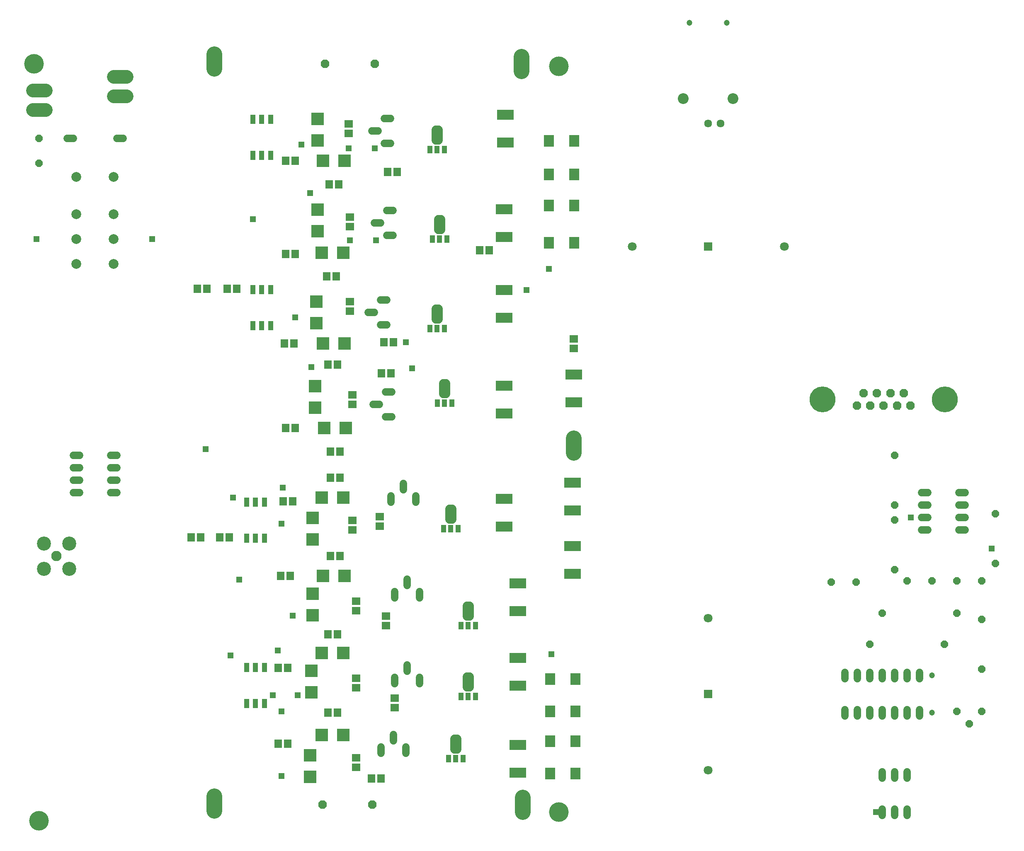
<source format=gts>
G75*
%MOIN*%
%OFA0B0*%
%FSLAX25Y25*%
%IPPOS*%
%LPD*%
%AMOC8*
5,1,8,0,0,1.08239X$1,22.5*
%
%ADD10C,0.15750*%
%ADD11C,0.04737*%
%ADD12C,0.10839*%
%ADD13C,0.08300*%
%ADD14C,0.11300*%
%ADD15R,0.05918X0.06706*%
%ADD16C,0.06000*%
%ADD17C,0.07887*%
%ADD18R,0.04300X0.07400*%
%ADD19R,0.13398X0.07887*%
%ADD20C,0.12650*%
%ADD21R,0.10249X0.10249*%
%ADD22OC8,0.06000*%
%ADD23R,0.06706X0.05918*%
%ADD24OC8,0.06800*%
%ADD25R,0.07887X0.09461*%
%ADD26R,0.03950X0.06312*%
%ADD27C,0.06600*%
%ADD28R,0.03937X0.06299*%
%ADD29C,0.20800*%
%ADD30C,0.07099*%
%ADD31R,0.06737X0.06737*%
%ADD32C,0.06343*%
%ADD33C,0.08674*%
%ADD34R,0.04762X0.04762*%
D10*
X0028800Y0019800D03*
X0446800Y0026800D03*
X0446800Y0626800D03*
X0024800Y0628800D03*
D11*
X0551800Y0661800D03*
X0581800Y0661800D03*
X0746800Y0136800D03*
X0746800Y0106800D03*
D12*
X0098820Y0603005D02*
X0088780Y0603005D01*
X0088780Y0618595D02*
X0098820Y0618595D01*
X0033820Y0607595D02*
X0023780Y0607595D01*
X0023780Y0592005D02*
X0033820Y0592005D01*
D13*
X0042800Y0232800D03*
D14*
X0032761Y0222761D03*
X0032761Y0242839D03*
X0052839Y0242839D03*
X0052839Y0222761D03*
D15*
X0151060Y0247800D03*
X0158540Y0247800D03*
X0174060Y0247800D03*
X0181540Y0247800D03*
X0223060Y0216800D03*
X0230540Y0216800D03*
X0263060Y0232800D03*
X0270540Y0232800D03*
X0232540Y0276800D03*
X0225060Y0276800D03*
X0263060Y0295800D03*
X0270540Y0295800D03*
X0270540Y0316800D03*
X0263060Y0316800D03*
X0234540Y0335800D03*
X0227060Y0335800D03*
X0261060Y0386800D03*
X0268540Y0386800D03*
X0304060Y0379800D03*
X0311540Y0379800D03*
X0313540Y0404800D03*
X0306060Y0404800D03*
X0267540Y0457800D03*
X0260060Y0457800D03*
X0234540Y0475800D03*
X0227060Y0475800D03*
X0187540Y0447800D03*
X0180060Y0447800D03*
X0163540Y0447800D03*
X0156060Y0447800D03*
X0226060Y0403800D03*
X0233540Y0403800D03*
X0383060Y0478800D03*
X0390540Y0478800D03*
X0316540Y0541800D03*
X0309060Y0541800D03*
X0269540Y0531800D03*
X0262060Y0531800D03*
X0234540Y0550800D03*
X0227060Y0550800D03*
X0261060Y0169800D03*
X0268540Y0169800D03*
X0228540Y0142800D03*
X0221060Y0142800D03*
X0261060Y0106800D03*
X0268540Y0106800D03*
X0228540Y0081800D03*
X0221060Y0081800D03*
X0296060Y0053800D03*
X0303540Y0053800D03*
D16*
X0303800Y0074200D02*
X0303800Y0079400D01*
X0313800Y0084200D02*
X0313800Y0089400D01*
X0323800Y0079400D02*
X0323800Y0074200D01*
X0314800Y0130200D02*
X0314800Y0135400D01*
X0324800Y0140200D02*
X0324800Y0145400D01*
X0334800Y0135400D02*
X0334800Y0130200D01*
X0334800Y0199200D02*
X0334800Y0204400D01*
X0324800Y0209200D02*
X0324800Y0214400D01*
X0314800Y0204400D02*
X0314800Y0199200D01*
X0311800Y0276200D02*
X0311800Y0281400D01*
X0321800Y0286200D02*
X0321800Y0291400D01*
X0331800Y0281400D02*
X0331800Y0276200D01*
X0312400Y0344800D02*
X0307200Y0344800D01*
X0302400Y0354800D02*
X0297200Y0354800D01*
X0307200Y0364800D02*
X0312400Y0364800D01*
X0308400Y0418800D02*
X0303200Y0418800D01*
X0298400Y0428800D02*
X0293200Y0428800D01*
X0303200Y0438800D02*
X0308400Y0438800D01*
X0308200Y0490800D02*
X0313400Y0490800D01*
X0303400Y0500800D02*
X0298200Y0500800D01*
X0308200Y0510800D02*
X0313400Y0510800D01*
X0311400Y0564800D02*
X0306200Y0564800D01*
X0301400Y0574800D02*
X0296200Y0574800D01*
X0306200Y0584800D02*
X0311400Y0584800D01*
X0096400Y0568800D02*
X0091200Y0568800D01*
X0056400Y0568800D02*
X0051200Y0568800D01*
X0056200Y0313800D02*
X0061400Y0313800D01*
X0061400Y0303800D02*
X0056200Y0303800D01*
X0056200Y0293800D02*
X0061400Y0293800D01*
X0061400Y0283800D02*
X0056200Y0283800D01*
X0086200Y0283800D02*
X0091400Y0283800D01*
X0091400Y0293800D02*
X0086200Y0293800D01*
X0086200Y0303800D02*
X0091400Y0303800D01*
X0091400Y0313800D02*
X0086200Y0313800D01*
X0676800Y0139400D02*
X0676800Y0134200D01*
X0686800Y0134200D02*
X0686800Y0139400D01*
X0696800Y0139400D02*
X0696800Y0134200D01*
X0706800Y0134200D02*
X0706800Y0139400D01*
X0716800Y0139400D02*
X0716800Y0134200D01*
X0726800Y0134200D02*
X0726800Y0139400D01*
X0736800Y0139400D02*
X0736800Y0134200D01*
X0736800Y0109400D02*
X0736800Y0104200D01*
X0726800Y0104200D02*
X0726800Y0109400D01*
X0716800Y0109400D02*
X0716800Y0104200D01*
X0706800Y0104200D02*
X0706800Y0109400D01*
X0696800Y0109400D02*
X0696800Y0104200D01*
X0686800Y0104200D02*
X0686800Y0109400D01*
X0676800Y0109400D02*
X0676800Y0104200D01*
X0706800Y0059400D02*
X0706800Y0054200D01*
X0716800Y0054200D02*
X0716800Y0059400D01*
X0726800Y0059400D02*
X0726800Y0054200D01*
X0726800Y0029400D02*
X0726800Y0024200D01*
X0716800Y0024200D02*
X0716800Y0029400D01*
X0706800Y0029400D02*
X0706800Y0024200D01*
X0738200Y0253800D02*
X0743400Y0253800D01*
X0743400Y0263800D02*
X0738200Y0263800D01*
X0738200Y0273800D02*
X0743400Y0273800D01*
X0743400Y0283800D02*
X0738200Y0283800D01*
X0768200Y0283800D02*
X0773400Y0283800D01*
X0773400Y0273800D02*
X0768200Y0273800D01*
X0768200Y0263800D02*
X0773400Y0263800D01*
X0773400Y0253800D02*
X0768200Y0253800D01*
D17*
X0088800Y0467800D03*
X0088800Y0487800D03*
X0088800Y0507800D03*
X0088800Y0537800D03*
X0058800Y0537800D03*
X0058800Y0507800D03*
X0058800Y0487800D03*
X0058800Y0467800D03*
D18*
X0200500Y0447350D03*
X0207800Y0447350D03*
X0215100Y0447350D03*
X0215100Y0418250D03*
X0207800Y0418250D03*
X0200500Y0418250D03*
X0200500Y0555250D03*
X0207800Y0555250D03*
X0215100Y0555250D03*
X0215100Y0584350D03*
X0207800Y0584350D03*
X0200500Y0584350D03*
X0202800Y0276350D03*
X0195500Y0276350D03*
X0210100Y0276350D03*
X0210100Y0247250D03*
X0202800Y0247250D03*
X0195500Y0247250D03*
X0195500Y0143350D03*
X0202800Y0143350D03*
X0210100Y0143350D03*
X0210100Y0114250D03*
X0202800Y0114250D03*
X0195500Y0114250D03*
D19*
X0402800Y0256776D03*
X0402800Y0278824D03*
X0457800Y0269776D03*
X0457800Y0291824D03*
X0457800Y0240824D03*
X0457800Y0218776D03*
X0413800Y0210824D03*
X0413800Y0188776D03*
X0413800Y0150824D03*
X0413800Y0128776D03*
X0413800Y0080824D03*
X0413800Y0058776D03*
X0402800Y0347776D03*
X0402800Y0369824D03*
X0458800Y0378824D03*
X0458800Y0356776D03*
X0402800Y0424776D03*
X0402800Y0446824D03*
X0402800Y0489776D03*
X0402800Y0511824D03*
X0403800Y0565776D03*
X0403800Y0587824D03*
D20*
X0416800Y0622875D02*
X0416800Y0634725D01*
X0169800Y0636725D02*
X0169800Y0624875D01*
X0458800Y0327725D02*
X0458800Y0315875D01*
X0417800Y0038725D02*
X0417800Y0026875D01*
X0169800Y0027875D02*
X0169800Y0039725D01*
D21*
X0246800Y0055139D03*
X0246800Y0072461D03*
X0256139Y0088800D03*
X0273461Y0088800D03*
X0247800Y0123139D03*
X0247800Y0140461D03*
X0256139Y0154800D03*
X0273461Y0154800D03*
X0248800Y0185139D03*
X0248800Y0202461D03*
X0257139Y0216800D03*
X0274461Y0216800D03*
X0248800Y0246139D03*
X0248800Y0263461D03*
X0256139Y0279800D03*
X0273461Y0279800D03*
X0275461Y0335800D03*
X0258139Y0335800D03*
X0250800Y0352139D03*
X0250800Y0369461D03*
X0257139Y0403800D03*
X0251800Y0420139D03*
X0274461Y0403800D03*
X0251800Y0437461D03*
X0256139Y0476800D03*
X0273461Y0476800D03*
X0252800Y0494139D03*
X0252800Y0511461D03*
X0257139Y0550800D03*
X0252800Y0567139D03*
X0252800Y0584461D03*
X0274461Y0550800D03*
D22*
X0028800Y0548800D03*
X0028800Y0568800D03*
X0665800Y0211800D03*
X0685800Y0211800D03*
X0706800Y0186800D03*
X0726800Y0212800D03*
X0716800Y0221800D03*
X0746800Y0212800D03*
X0766800Y0212800D03*
X0786800Y0212800D03*
X0797800Y0226800D03*
X0766800Y0186800D03*
X0786800Y0181800D03*
X0756800Y0161800D03*
X0786800Y0141800D03*
X0786800Y0107800D03*
X0776800Y0097800D03*
X0766800Y0107800D03*
X0696800Y0161800D03*
X0716800Y0261800D03*
X0716800Y0273800D03*
X0716800Y0313800D03*
X0797800Y0266800D03*
D23*
X0458800Y0400060D03*
X0458800Y0407540D03*
X0302800Y0264540D03*
X0302800Y0257060D03*
X0280800Y0254060D03*
X0280800Y0261540D03*
X0283800Y0196540D03*
X0283800Y0189060D03*
X0307800Y0184540D03*
X0307800Y0177060D03*
X0283800Y0134540D03*
X0283800Y0127060D03*
X0314800Y0118540D03*
X0314800Y0111060D03*
X0283800Y0070540D03*
X0283800Y0063060D03*
X0280800Y0355060D03*
X0280800Y0362540D03*
X0278800Y0430060D03*
X0278800Y0437540D03*
X0278800Y0498060D03*
X0278800Y0505540D03*
X0277800Y0573060D03*
X0277800Y0580540D03*
D24*
X0258800Y0628800D03*
X0298800Y0628800D03*
X0686200Y0353800D03*
X0697000Y0353800D03*
X0691600Y0363800D03*
X0702400Y0363800D03*
X0713200Y0363800D03*
X0707800Y0353800D03*
X0718600Y0353800D03*
X0729400Y0353800D03*
X0724000Y0363800D03*
X0296800Y0032800D03*
X0256800Y0032800D03*
D25*
X0439761Y0057800D03*
X0459839Y0057800D03*
X0459839Y0083800D03*
X0439761Y0083800D03*
X0439761Y0107800D03*
X0459839Y0107800D03*
X0459839Y0133800D03*
X0439761Y0133800D03*
X0438761Y0484800D03*
X0458839Y0484800D03*
X0458839Y0514800D03*
X0438761Y0514800D03*
X0438761Y0539800D03*
X0458839Y0539800D03*
X0458839Y0566800D03*
X0438761Y0566800D03*
D26*
X0354702Y0560001D03*
X0342898Y0560001D03*
X0344898Y0488001D03*
X0356702Y0488001D03*
X0354702Y0416001D03*
X0342898Y0416001D03*
X0348898Y0356001D03*
X0360702Y0356001D03*
X0365702Y0255001D03*
X0353898Y0255001D03*
X0367898Y0177001D03*
X0379702Y0177001D03*
X0379702Y0120001D03*
X0367898Y0120001D03*
X0369702Y0070001D03*
X0357898Y0070001D03*
D27*
X0362700Y0077216D02*
X0364900Y0077216D01*
X0362700Y0077216D02*
X0362700Y0085786D01*
X0364900Y0085786D01*
X0364900Y0077216D01*
X0364900Y0083815D02*
X0362700Y0083815D01*
X0372700Y0127216D02*
X0374900Y0127216D01*
X0372700Y0127216D02*
X0372700Y0135786D01*
X0374900Y0135786D01*
X0374900Y0127216D01*
X0374900Y0133815D02*
X0372700Y0133815D01*
X0372700Y0184216D02*
X0374900Y0184216D01*
X0372700Y0184216D02*
X0372700Y0192786D01*
X0374900Y0192786D01*
X0374900Y0184216D01*
X0374900Y0190815D02*
X0372700Y0190815D01*
X0360900Y0262216D02*
X0358700Y0262216D01*
X0358700Y0270786D01*
X0360900Y0270786D01*
X0360900Y0262216D01*
X0360900Y0268815D02*
X0358700Y0268815D01*
X0355900Y0363216D02*
X0353700Y0363216D01*
X0353700Y0371786D01*
X0355900Y0371786D01*
X0355900Y0363216D01*
X0355900Y0369815D02*
X0353700Y0369815D01*
X0349900Y0423216D02*
X0347700Y0423216D01*
X0347700Y0431786D01*
X0349900Y0431786D01*
X0349900Y0423216D01*
X0349900Y0429815D02*
X0347700Y0429815D01*
X0349700Y0495216D02*
X0351900Y0495216D01*
X0349700Y0495216D02*
X0349700Y0503786D01*
X0351900Y0503786D01*
X0351900Y0495216D01*
X0351900Y0501815D02*
X0349700Y0501815D01*
X0349900Y0567216D02*
X0347700Y0567216D01*
X0347700Y0575786D01*
X0349900Y0575786D01*
X0349900Y0567216D01*
X0349900Y0573815D02*
X0347700Y0573815D01*
D28*
X0348800Y0560005D03*
X0350800Y0488005D03*
X0348800Y0416005D03*
X0354800Y0356005D03*
X0359800Y0255005D03*
X0373800Y0177005D03*
X0373800Y0120005D03*
X0363800Y0070005D03*
D29*
X0658500Y0358800D03*
X0757100Y0358800D03*
D30*
X0627824Y0481800D03*
X0505776Y0481800D03*
X0566800Y0182824D03*
X0566800Y0060776D03*
D31*
X0566800Y0121800D03*
X0566800Y0481800D03*
D32*
X0566800Y0580800D03*
X0576800Y0580800D03*
D33*
X0586800Y0600800D03*
X0546800Y0600800D03*
D34*
X0438761Y0463839D03*
X0420800Y0446800D03*
X0328800Y0383800D03*
X0323800Y0404800D03*
X0247800Y0384800D03*
X0234800Y0424800D03*
X0278800Y0486800D03*
X0299800Y0486800D03*
X0246800Y0524800D03*
X0239800Y0563800D03*
X0277800Y0560800D03*
X0298800Y0560800D03*
X0200500Y0504100D03*
X0119800Y0487800D03*
X0026800Y0487800D03*
X0162800Y0318800D03*
X0184800Y0279800D03*
X0223800Y0258800D03*
X0224800Y0287800D03*
X0189800Y0213800D03*
X0232800Y0184800D03*
X0220800Y0156800D03*
X0182800Y0152800D03*
X0216800Y0120800D03*
X0223800Y0107800D03*
X0236800Y0120800D03*
X0223800Y0055800D03*
X0440800Y0153800D03*
X0701800Y0026800D03*
X0794800Y0238800D03*
X0729800Y0263800D03*
X0718600Y0353000D03*
M02*

</source>
